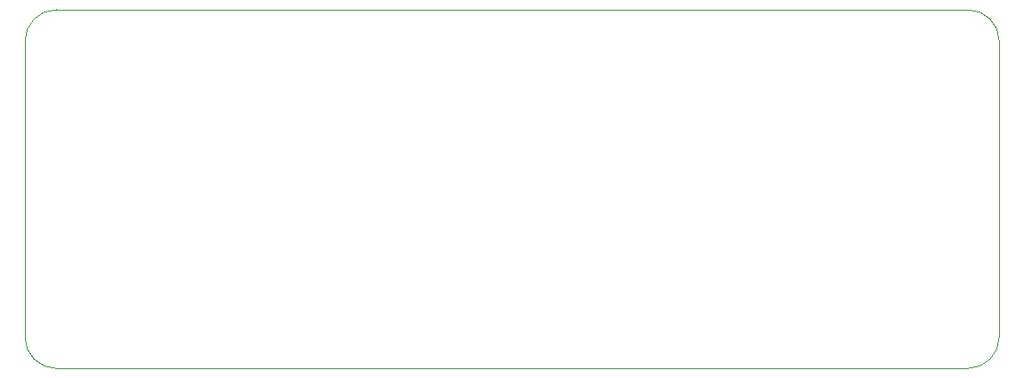
<source format=gbr>
%TF.GenerationSoftware,KiCad,Pcbnew,7.0.7*%
%TF.CreationDate,2023-09-04T22:47:59+10:00*%
%TF.ProjectId,art,6172742e-6b69-4636-9164-5f7063625858,rev?*%
%TF.SameCoordinates,Original*%
%TF.FileFunction,Profile,NP*%
%FSLAX46Y46*%
G04 Gerber Fmt 4.6, Leading zero omitted, Abs format (unit mm)*
G04 Created by KiCad (PCBNEW 7.0.7) date 2023-09-04 22:47:59*
%MOMM*%
%LPD*%
G01*
G04 APERTURE LIST*
%TA.AperFunction,Profile*%
%ADD10C,0.100000*%
%TD*%
G04 APERTURE END LIST*
D10*
X28426150Y-59135690D02*
G75*
G03*
X31426148Y-62135690I3000000J0D01*
G01*
X118071578Y-62135678D02*
G75*
G03*
X121071578Y-59135690I22J2999978D01*
G01*
X118071578Y-62135690D02*
X31426148Y-62135690D01*
X31426148Y-27979664D02*
X118071578Y-27979664D01*
X121071536Y-30979664D02*
G75*
G03*
X118071578Y-27979664I-2999936J64D01*
G01*
X28426148Y-59135690D02*
X28426148Y-30979664D01*
X121071578Y-30979664D02*
X121071578Y-59135690D01*
X31426148Y-27979658D02*
G75*
G03*
X28426148Y-30979664I12J-3000012D01*
G01*
M02*

</source>
